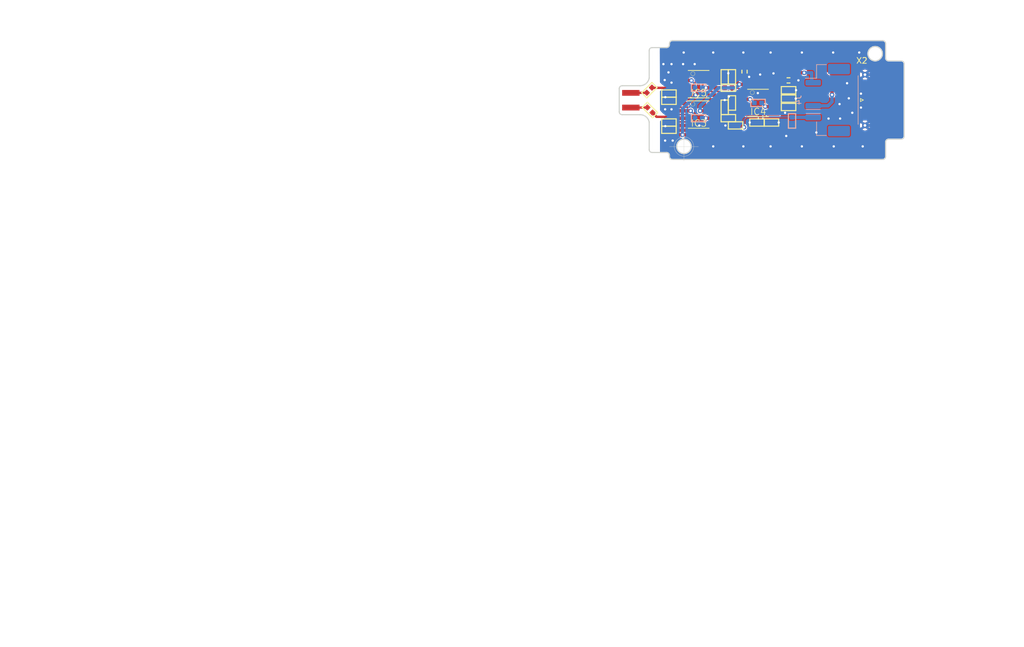
<source format=kicad_pcb>
(kicad_pcb (version 20240108) (generator "pcbnew") (generator_version "8.0")
  (layers (0 "F.Cu" signal) (31 "B.Cu" power) (34 "B.Paste" user) (35 "F.Paste" user) (36 "B.SilkS" user "B.Silkscreen") (37 "F.SilkS" user "F.Silkscreen") (38 "B.Mask" user) (39 "F.Mask" user) (44 "Edge.Cuts" user))
  (net 0 "")
  (net 2 "Net-(IC3-Pad2)")
  (net 3 "/POSIN")
  (net 4 "GND")
  (net 6 "V+")
  (net 7 "V-")
  (net 10 "/NEGMID")
  (net 11 "/POSMID")
  (net 13 "/OUT")
  (net 16 "Net-(IC5-Pad2)")
  (net 19 "/NEGIN")
  (net 20 "/OutPad")
  (net 21 "/PosPad")
  (net 22 "/NegPad")
  (net 23 "/PosIn1")
  (net 24 "/NegIn1")
  (net 25 "/offset")
  (footprint "Library:0402-SQUARE" (layer "F.Cu") (at 129.87795 96.2983 45)
    (property "Reference" "R28")
    (property "Value" "150Ω" (hide yes))
  )
  (footprint "Library:CARD_EDGE_PADS-1X2" (layer "F.Cu") (at 126.67905 98.03 90)
    (property "Reference" "J3" (hide yes))
    (property "Value" "HEADER-1X2CARD-EDGE" (hide yes))
  )
  (footprint "Library:0402-SQUARE" (layer "F.Cu") (at 133.2561 96.8786)
    (property "Reference" "C19")
    (property "Value" "100nF" (hide yes))
  )
  (footprint "Library:0402-SQUARE" (layer "F.Cu") (at 133.2561 98.1286)
    (property "Reference" "C20")
    (property "Value" "100nF" (hide yes))
  )
  (footprint "Library:0402-SQUARE" (layer "F.Cu") (at 150.95 101.8786 180)
    (property "Reference" "C24")
    (property "Value" "100nF" (hide yes))
  )
  (footprint "Library:0402-SQUARE" (layer "F.Cu") (at 129.97795 99.7264 -45)
    (property "Reference" "R20")
    (property "Value" "150Ω" (hide yes))
  )
  (footprint "Library:SO08" (layer "F.Cu") (at 138.3811 100.5036 -90)
    (property "Reference" "IC3")
    (property "Value" "LMH6702")
  )
  (footprint "Library:0402-SQUARE" (layer "F.Cu") (at 144.7561 102.3786)
    (property "Reference" "R26")
    (property "Value" "220Ω" (hide yes))
  )
  (footprint "Library:0402-SQUARE" (layer "F.Cu") (at 153.9 99.2)
    (property "Reference" "R30")
    (property "Value" "50Ω" (hide yes))
  )
  (footprint "Library:0402-SQUARE" (layer "F.Cu") (at 133.2561 103.1286)
    (property "Reference" "C22")
    (property "Value" "100nF" (hide yes))
  )
  (footprint "Library:0402-SQUARE" (layer "F.Cu") (at 153.9 97.7536)
    (property "Reference" "C18")
    (property "Value" "100nF" (hide yes))
  )
  (footprint "Library:0402-SQUARE" (layer "F.Cu") (at 153.9 96.3)
    (property "Reference" "C17")
    (property "Value" "100nF" (hide yes))
  )
  (footprint "Library:0402-SQUARE" (layer "F.Cu") (at 142.8811 99.2536 90)
    (property "Reference" "C16")
    (property "Value" "100nF" (hide yes))
  )
  (footprint "Library:0402-SQUARE" (layer "F.Cu") (at 143.5061 101.1286)
    (property "Reference" "R22")
    (property "Value" "1.1kΩ" (hide yes))
  )
  (footprint "Library:0402-SQUARE" (layer "F.Cu") (at 133.2561 101.8786)
    (property "Reference" "C21")
    (property "Value" "100nF" (hide yes))
  )
  (footprint "Library:0402-SQUARE" (layer "F.Cu") (at 142.8811 94.0036 90)
    (property "Reference" "C13")
    (property "Value" "100nF" (hide yes))
  )
  (footprint "Library:SO08" (layer "F.Cu") (at 138.3811 95.2536 -90)
    (property "Reference" "IC5")
    (property "Value" "LMH6702")
  )
  (footprint "Library:0402-SQUARE" (layer "F.Cu") (at 144.1311 94.0036 90)
    (property "Reference" "C14")
    (property "Value" "100nF" (hide yes))
  )
  (footprint "Connector_Coaxial:SMA_Molex_73251-1153_EdgeMount_Horizontal_new" (layer "F.Cu") (at 168.81 98 180)
    (property "Reference" "X2")
    (property "Value" "SMA--BU-SMA-H")
  )
  (footprint "Library:0603" (layer "F.Cu") (at 146.3 93.1 90)
    (property "Reference" "C54")
    (property "Value" "1µF" (hide yes))
  )
  (footprint "Library:0603" (layer "F.Cu") (at 153.89 94.61)
    (property "Reference" "C52")
    (property "Value" "1µF" (hide yes))
  )
  (footprint "Library:SO08" (layer "F.Cu") (at 148.6311 98.5036 -90)
    (property "Reference" "IC4")
    (property "Value" "LMH6702")
  )
  (footprint "Library:0402-SQUARE" (layer "F.Cu") (at 144.1311 98.5036 90)
    (property "Reference" "C15")
    (property "Value" "100nF" (hide yes))
  )
  (footprint "Library:0402-SQUARE" (layer "F.Cu") (at 148.45 101.8786)
    (property "Reference" "C23")
    (property "Value" "100nF" (hide yes))
  )
  (footprint "Library:0402-SQUARE" (layer "F.Cu") (at 143.5061 95.8786)
    (property "Reference" "R32")
    (property "Value" "1.1kΩ" (hide yes))
  )
  (footprint "Library:0402-SQUARE" (layer "B.Cu") (at 154.5 101.6 -90)
    (property "Reference" "C1")
    (property "Value" "100nF" (hide yes))
  )
  (footprint "Connector_Molex:Molex_CLIK-Mate_502494-0470_1x04-1MP_P2.00mm_Horizontal" (layer "B.Cu") (at 160.65 98 -90)
    (property "Reference" "J4")
    (property "Value" "Molex 502494-0470")
  )
  (footprint "Library:0402-SQUARE" (layer "B.Cu") (at 138.3811 101.1286)
    (property "Reference" "R27")
    (property "Value" "220Ω" (hide yes))
  )
  (footprint "Library:0402-SQUARE" (layer "B.Cu") (at 138.3811 95.8786)
    (property "Reference" "R37")
    (property "Value" "220Ω" (hide yes))
  )
  (footprint "Library:0402-SQUARE" (layer "B.Cu") (at 148.6311 98.5036)
    (property "Reference" "R38")
    (property "Value" "220Ω" (hide yes))
  )
  (gr_arc (start 166.627136 98.103349) (mid 167.371835 98.283037) (end 168.027136 98.675) (stroke (width 0.2)) (layer "F.Cu") (net 20))
  (gr_line (start 168.1 98.425) (end 167.95 98.475) (stroke (width 0.2)) (layer "F.Cu") (net 20))
  (gr_line (start 167.75 97.625) (end 168.025 97.525) (stroke (width 0.2)) (layer "F.Cu") (net 20))
  (gr_line (start 168.05 98.175) (end 167.625 98.3) (stroke (width 0.2)) (layer "F.Cu") (net 20))
  (gr_arc (start 168.025 97.35) (mid 167.373465 97.714913) (end 166.65 97.9) (stroke (width 0.2)) (layer "F.Cu") (net 20))
  (gr_line (start 167.4 98.175) (end 168.05 98.175) (stroke (width 0.2)) (layer "F.Cu") (net 20))
  (gr_line (start 167.625 98.3) (end 168.1 98.425) (stroke (width 0.2)) (layer "F.Cu") (net 20))
  (gr_line (start 168.3 97.75) (end 167.75 97.625) (stroke (width 0.2)) (layer "F.Cu") (net 20))
  (gr_line (start 167.45 97.75) (end 168.3 97.75) (stroke (width 0.2)) (layer "F.Cu") (net 20))
  (gr_arc (start 171.15 91.25) (mid 170.796434 91.103556) (end 170.65 90.75) (stroke (width 0.2)) (layer "Edge.Cuts"))
  (gr_line (start 124.67905 100.03) (end 124.67905 96.03) (stroke (width 0.2)) (layer "Edge.Cuts"))
  (gr_line (start 171.15 104.75) (end 173.35 104.75) (stroke (width 0.2)) (layer "Edge.Cuts"))
  (gr_arc (start 129.85 94.2) (mid 129.299459 95.153476) (end 128.264837 95.53) (stroke (width 0.2)) (layer "Edge.Cuts"))
  (gr_arc (start 170.65 105.25) (mid 170.796434 104.896424) (end 171.15 104.75) (stroke (width 0.2)) (layer "Edge.Cuts"))
  (gr_arc (start 133.85 108.25) (mid 133.496434 108.103556) (end 133.35 107.75) (stroke (width 0.2)) (layer "Edge.Cuts"))
  (gr_arc (start 129.85 89.45) (mid 129.996409 89.096409) (end 130.35 88.95) (stroke (width 0.2)) (layer "Edge.Cuts"))
  (gr_circle (center 135.85 106) (end 134.6 106) (stroke (width 0.2)) (fill none) (layer "Edge.Cuts"))
  (gr_line (start 133.85 108.25) (end 170.15 108.25) (stroke (width 0.2)) (layer "Edge.Cuts"))
  (gr_line (start 130.35 107.05) (end 132.85 107.05) (stroke (width 0.2)) (layer "Edge.Cuts"))
  (gr_arc (start 173.35 91.25) (mid 173.703541 91.396449) (end 173.85 91.75) (stroke (width 0.2)) (layer "Edge.Cuts"))
  (gr_arc (start 125.17905 100.53) (mid 124.825497 100.383553) (end 124.67905 100.03) (stroke (width 0.2)) (layer "Edge.Cuts"))
  (gr_line (start 133.35 88.25) (end 133.35 88.45) (stroke (width 0.2)) (layer "Edge.Cuts"))
  (gr_line (start 170.65 90.75) (end 170.65 88.25) (stroke (width 0.2)) (layer "Edge.Cuts"))
  (gr_arc (start 132.85 107.05) (mid 133.203541 107.196449) (end 133.35 107.55) (stroke (width 0.2)) (layer "Edge.Cuts"))
  (gr_circle (center 168.85 90) (end 167.6 90) (stroke (width 0.2)) (fill none) (layer "Edge.Cuts"))
  (gr_line (start 170.65 107.75) (end 170.65 105.25) (stroke (width 0.2)) (layer "Edge.Cuts"))
  (gr_arc (start 130.35 107.05) (mid 129.996434 106.903556) (end 129.85 106.55) (stroke (width 0.2)) (layer "Edge.Cuts"))
  (gr_line (start 170.15 87.75) (end 133.85 87.75) (stroke (width 0.2)) (layer "Edge.Cuts"))
  (gr_line (start 129.85 89.45) (end 129.85 94.2) (stroke (width 0.2)) (layer "Edge.Cuts"))
  (gr_line (start 125.17905 100.53) (end 128.264837 100.53) (stroke (width 0.2)) (layer "Edge.Cuts"))
  (gr_line (start 129.85 101.825) (end 129.85 106.55) (stroke (width 0.2)) (layer "Edge.Cuts"))
  (gr_arc (start 170.65 107.75) (mid 170.503541 108.103531) (end 170.15 108.25) (stroke (width 0.2)) (layer "Edge.Cuts"))
  (gr_arc (start 133.35 88.45) (mid 133.203512 88.803512) (end 132.85 88.95) (stroke (width 0.2)) (layer "Edge.Cuts"))
  (gr_arc (start 133.35 88.25) (mid 133.496408 87.896408) (end 133.85 87.75) (stroke (width 0.2)) (layer "Edge.Cuts"))
  (gr_line (start 133.35 107.55) (end 133.35 107.75) (stroke (width 0.2)) (layer "Edge.Cuts"))
  (gr_arc (start 170.15 87.75) (mid 170.503541 87.896449) (end 170.65 88.25) (stroke (width 0.2)) (layer "Edge.Cuts"))
  (gr_arc (start 173.85 104.25) (mid 173.703541 104.603531) (end 173.35 104.75) (stroke (width 0.2)) (layer "Edge.Cuts"))
  (gr_arc (start 124.67905 96.03) (mid 124.825497 95.676447) (end 125.17905 95.53) (stroke (width 0.2)) (layer "Edge.Cuts"))
  (gr_line (start 173.85 104.25) (end 173.85 91.75) (stroke (width 0.2)) (layer "Edge.Cuts"))
  (gr_arc (start 128.264837 100.53) (mid 129.29525 100.886378) (end 129.85 101.825) (stroke (width 0.2)) (layer "Edge.Cuts"))
  (gr_line (start 128.264837 95.53) (end 125.17905 95.53) (stroke (width 0.2)) (layer "Edge.Cuts"))
  (gr_line (start 173.35 91.25) (end 171.15 91.25) (stroke (width 0.2)) (layer "Edge.Cuts"))
  (gr_line (start 132.85 88.95) (end 130.35 88.95) (stroke (width 0.2)) (layer "Edge.Cuts"))
  (target plus (at 135.85 106.03) (size 5) (width 0.05) (layer "Edge.Cuts"))
  (segment (start 135.7675 99.8711) (end 135.765 99.8686) (width 0.25) (layer "F.Cu") (net 2))
  (segment (start 135.77 99.8736) (end 135.7675 99.8711) (width 0.254) (layer "F.Cu") (net 2))
  (segment (start 135.7674 99.8711) (end 135.7649 99.8686) (width 0.25) (layer "F.Cu") (net 2))
  (segment (start 135.77 99.8736) (end 135.7675 99.8711) (width 0.25) (layer "F.Cu") (net 2))
  (segment (start 135.7675 99.8711) (end 135.765 99.8686) (width 0.254) (layer "F.Cu") (net 2))
  (segment (start 137.006 99.8786) (end 135.775 99.8786) (width 0.254) (layer "F.Cu") (net 2))
  (segment (start 135.7675 99.8711) (end 135.7674 99.8711) (width 0.25) (layer "F.Cu") (net 2))
  (segment (start 135.775 99.8786) (end 135.77 99.8736) (width 0.254) (layer "F.Cu") (net 2))
  (via (at 137.006 99.8786) (size 0.8) (drill 0.4) (layers "F.Cu" "B.Cu") (net 2))
  (segment (start 137.7561 101.1286) (end 137.756 101.1287) (width 0.25) (layer "B.Cu") (net 2))
  (segment (start 137.729 100.601) (end 137.006 99.8786) (width 0.25) (layer "B.Cu") (net 2))
  (segment (start 137.729 101.129) (end 137.729 100.601) (width 0.25) (layer "B.Cu") (net 2))
  (segment (start 137.756 101.1287) (end 137.756 101.129) (width 0.25) (layer "B.Cu") (net 2))
  (segment (start 137.756 101.129) (end 137.729 101.129) (width 0.25) (layer "B.Cu") (net 2))
  (segment (start 130.41995 100.1844) (end 130.41995 100.1804) (width 0.25) (layer "F.Cu") (net 3))
  (segment (start 130.41985 100.1803) (end 130.41985 100.1683) (width 0.25) (layer "F.Cu") (net 3))
  (segment (start 135.765 101.139) (end 135.7645 101.139) (width 0.25) (layer "F.Cu") (net 3))
  (segment (start 130.41995 100.1804) (end 130.41995 100.1764) (width 0.25) (layer "F.Cu") (net 3))
  (segment (start 134.7 100.9) (end 131.1 100.9) (width 0.4) (layer "F.Cu") (net 3))
  (segment (start 131.12195 100.8864) (end 130.41995 100.1844) (width 0.4) (layer "F.Cu") (net 3))
  (segment (start 130.41995 100.1804) (end 130.41985 100.1803) (width 0.25) (layer "F.Cu") (net 3))
  (segment (start 135.7645 101.139) (end 135.7649 101.1386) (width 0.25) (layer "F.Cu") (net 3))
  (segment (start 132.6311 102.0349) (end 132.6311 101.8786) (width 0.25) (layer "F.Cu") (net 4))
  (segment (start 154.975 94.6) (end 154.95 94.6) (width 0.25) (layer "F.Cu") (net 4))
  (segment (start 132.631 97.8161) (end 132.631 97.5036) (width 0.254) (layer "F.Cu") (net 4))
  (segment (start 167.54 93.62) (end 170.53 93.62) (width 0.25) (layer "F.Cu") (net 4))
  (segment (start 132.631 102.191) (end 132.631 102.192) (width 0.4) (layer "F.Cu") (net 4))
  (segment (start 132.631 97.191) (end 132.631 97.0348) (width 0.25) (layer "F.Cu") (net 4))
  (segment (start 132.631 102.035) (end 132.631 101.879) (width 0.25) (layer "F.Cu") (net 4))
  (segment (start 144.1309 97.8785) (end 144.131 97.8785) (width 0.25) (layer "F.Cu") (net 4))
  (segment (start 144.1303 97.8779) (end 144.1307 97.8782) (width 0.25) (layer "F.Cu") (net 4))
  (segment (start 144.1252 97.8727) (end 144.1281 97.8757) (width 0.25) (layer "F.Cu") (net 4))
  (segment (start 132.631 102.035) (end 132.631 102.191) (width 0.4) (layer "F.Cu") (net 4))
  (segment (start 143.506 93.3786) (end 144.131 93.3786) (width 0.254) (layer "F.Cu") (net 4))
  (segment (start 132.631 101.879) (end 132.631 102.035) (width 0.4) (layer "F.Cu") (net 4))
  (segment (start 167.09 102.38) (end 167.54 102.38) (width 0.25) (layer "F.Cu") (net 4))
  (segment (start 144.1309 97.8785) (end 144.1308 97.8784) (width 0.254) (layer "F.Cu") (net 4))
  (segment (start 144.1076 97.8551) (end 144.0842 97.8317) (width 0.254) (layer "F.Cu") (net 4))
  (segment (start 144.1281 97.8757) (end 144.1296 97.8771) (width 0.25) (layer "F.Cu") (net 4))
  (segment (start 144.0842 97.8317) (end 144.0375 97.7848) (width 0.254) (layer "F.Cu") (net 4))
  (segment (start 147.05 93.95) (end 147.1 94) (width 0.6) (layer "F.Cu") (net 4))
  (segment (start 144.1193 97.8669) (end 144.1252 97.8727) (width 0.25) (layer "F.Cu") (net 4))
  (segment (start 151.5754 101.879) (end 151.575 101.8786) (width 0.25) (layer "F.Cu") (net 4))
  (segment (start 144.1281 97.8757) (end 144.1252 97.8727) (width 0.254) (layer "F.Cu") (net 4))
  (segment (start 147.825 101.879) (end 147.8246 101.879) (width 0.254) (layer "F.Cu") (net 4))
  (segment (start 167.54 102.38) (end 170.53 102.38) (width 0.25) (layer "F.Cu") (net 4))
  (segment (start 132.631 97.1911) (end 132.631 97.191) (width 0.25) (layer "F.Cu") (net 4))
  (segment (start 132.631 97.9724) (end 132.631 98.1286) (width 0.25) (layer "F.Cu") (net 4))
  (segment (start 144.1308 97.8784) (end 144.1309 97.8785) (width 0.25) (layer "F.Cu") (net 4))
  (segment (start 144.131 93.3786) (end 144.1311 93.3786) (width 0.25) (layer "F.Cu") (net 4))
  (segment (start 151.5754 101.879) (end 151.575 101.879) (width 0.254) (layer "F.Cu") (net 4))
  (segment (start 132.631 97.8162) (end 132.631 97.9724) (width 0.25) (layer "F.Cu") (net 4))
  (segment (start 143.756 97.5036) (end 143.756 97.3786) (width 0.254) (layer "F.Cu") (net 4))
  (segment (start 142.881 98.4724) (end 142.8811 98.4725) (width 0.25) (layer "F.Cu") (net 4))
  (segment (start 143.6 97.4) (end 143.652 97.4) (width 0.6) (layer "F.Cu") (net 4))
  (segment (start 132.631 102.973) (end 132.631 103.129) (width 0.25) (layer "F.Cu") (net 4))
  (segment (start 154.975 94.6) (end 155.6 94.6) (width 0.6) (layer "F.Cu") (net 4))
  (segment (start 142.8811 98.4725) (end 142.8811 98.6286) (width 0.25) (layer "F.Cu") (net 4))
  (segment (start 144.1307 97.8782) (end 144.1303 97.8779) (width 0.254) (layer "F.Cu") (net 4))
  (segment (start 142.881 98.4724) (end 142.881 98.6286) (width 0.254) (layer "F.Cu") (net 4))
  (segment (start 143.944 97.6911) (end 144.0375 97.7848) (width 0.25) (layer "F.Cu") (net 4))
  (segment (start 144.131 97.8786) (end 144.131 97.8785) (width 0.254) (layer "F.Cu") (net 4))
  (segment (start 146.3 93.95) (end 147.05 93.95) (width 0.6) (layer "F.Cu") (net 4))
  (segment (start 132.631 102.504) (end 132.631 102.816) (width 0.254) (layer "F.Cu") (net 4))
  (segment (start 132.631 97.0348) (end 132.631 96.8786) (width 0.25) (layer "F.Cu") (net 4))
  (segment (start 144.1193 97.8669) (end 144.1076 97.8551) (width 0.254) (layer "F.Cu") (net 4))
  (segment (start 132.631 97.8161) (end 132.631 97.8162) (width 0.25) (layer "F.Cu") (net 4))
  (segment (start 144.131 97.8785) (end 144.131 97.8786) (width 0.25) (layer "F.Cu") (net 4))
  (segment (start 154.525 97.7536) (end 155.146 97.7536) (width 0.4) (layer "F.Cu") (net 4))
  (segment (start 147.1 94) (end 146.15 94) (width 0.6) (layer "F.Cu") (net 4))
  (segment (start 144.1308 97.8784) (end 144.1307 97.8782) (width 0.254) (layer "F.Cu") (net 4))
  (segment (start 132.631 98.1286) (end 132.631 97.9724) (width 0.254) (layer "F.Cu") (net 4))
  (segment (start 142.881 98.3161) (end 142.881 98.3162) (width 0.25) (layer "F.Cu") (net 4))
  (segment (start 142.881 98.3161) (end 142.881 98.3162) (width 0.254) (layer "F.Cu") (net 4))
  (segment (start 147.8246 101.879) (end 147.2 101.879) (width 0.254) (layer "F.Cu") (net 4))
  (segment (start 132.631 102.035) (end 132.6311 102.0349) (width 0.25) (layer "F.Cu") (net 4))
  (segment (start 144.0375 97.7848) (end 144.0842 97.8317) (width 0.25) (layer "F.Cu") (net 4))
  (segment (start 132.631 97.0348) (end 132.631 96.8786) (width 0.254) (layer "F.Cu") (net 4))
  (segment (start 144.1303 97.8779) (end 144.1296 97.8771) (width 0.254) (layer "F.Cu") (net 4))
  (segment (start 132.631 102.973) (end 132.631 103.129) (width 0.254) (layer "F.Cu") (net 4))
  (segment (start 132.631 97.1911) (end 132.631 97.191) (width 0.254) (layer "F.Cu") (net 4))
  (segment (start 132.6311 97.9725) (end 132.6311 98.1286) (width 0.25) (layer "F.Cu") (net 4))
  (segment (start 144.131 97.8786) (end 144.1311 97.8786) (width 0.25) (layer "F.Cu") (net 4))
  (segment (start 144.1296 97.8771) (end 144.1281 97.8757) (width 0.254) (layer "F.Cu") (net 4))
  (segment (start 132.631 97.0348) (end 132.6311 97.0347) (width 0.25) (layer "F.Cu") (net 4))
  (segment (start 142.881 98.0036) (end 142.881 98.3161) (width 0.254) (layer "F.Cu") (net 4))
  (segment (start 144.1076 97.8551) (end 144.1193 97.8669) (width 0.25) (layer "F.Cu") (net 4))
  (segment (start 132.6311 97.0347) (end 132.6311 96.8786) (width 0.25) (layer "F.Cu") (net 4))
  (segment (start 132.631 102.817) (end 132.631 102.973) (width 0.25) (layer "F.Cu") (net 4))
  (segment (start 132.631 102.973) (end 132.6311 102.9731) (width 0.25) (layer "F.Cu") (net 4))
  (segment (start 132.6311 102.9731) (end 132.6311 103.1286) (width 0.25) (layer "F.Cu") (net 4))
  (segment (start 143.506 93.3786) (end 142.8811 93.3786) (width 0.6) (layer "F.Cu") (net 4))
  (segment (start 144.1307 97.8782) (end 144.1308 97.8784) (width 0.25) (layer "F.Cu") (net 4))
  (segment (start 142.881 98.3162) (end 142.881 98.4724) (width 0.25) (layer "F.Cu") (net 4))
  (segment (start 147.8246 101.879) (end 147.825 101.8786) (width 0.25) (layer "F.Cu") (net 4))
  (segment (start 132.631 97.8162) (end 132.631 97.8161) (width 0.254) (layer "F.Cu") (net 4))
  (segment (start 132.631 102.817) (end 132.631 102.973) (width 0.254) (layer "F.Cu") (net 4))
  (segment (start 132.631 102.816) (end 132.631 102.817) (width 0.254) (layer "F.Cu") (net 4))
  (segment (start 144.131 97.8785) (end 144.1309 97.8785) (width 0.254) (layer "F.Cu") (net 4))
  (segment (start 132.631 97.9724) (end 132.6311 97.9725) (width 0.25) (layer "F.Cu") (net 4))
  (segment (start 144.1296 97.8771) (end 144.1303 97.8779) (width 0.25) (layer "F.Cu") (net 4))
  (segment (start 142.881 98.4724) (end 142.881 98.6286) (width 0.25) (layer "F.Cu") (net 4))
  (segment (start 144.0375 97.7848) (end 143.944 97.6911) (width 0.254) (layer "F.Cu") (net 4))
  (segment (start 143.944 97.6911) (end 143.756 97.5036) (width 0.254) (layer "F.Cu") (net 4))
  (segment (start 132.631 102.192) (end 132.631 102.191) (width 0.25) (layer "F.Cu") (net 4))
  (segment (start 132.631 102.816) (end 132.631 102.817) (width 0.25) (layer "F.Cu") (net 4))
  (segment (start 167.09 93.62) (end 167.54 93.62) (width 0.25) (layer "F.Cu") (net 4))
  (segment (start 132.631 97.9724) (end 132.631 97.8162) (width 0.254) (layer "F.Cu") (net 4))
  (segment (start 144.1252 97.8727) (end 144.1193 97.8669) (width 0.254) (layer "F.Cu") (net 4))
  (segment (start 154.525 96.3) (end 155.2 96.3) (width 0.4) (layer "F.Cu") (net 4))
  (segment (start 144.0842 97.8317) (end 144.1076 97.8551) (width 0.25) (layer "F.Cu") (net 4))
  (segment (start 132.631 97.191) (end 132.631 97.0348) (width 0.254) (layer "F.Cu") (net 4))
  (segment (start 132.631 102.192) (end 132.631 102.504) (width 0.4) (layer "F.Cu") (net 4))
  (segment (start 132.631 102.191) (end 132.631 102.035) (width 0.25) (layer "F.Cu") (net 4))
  (segment (start 142.881 98.3162) (end 142.881 98.4724) (width 0.254) (layer "F.Cu") (net 4))
  (segment (start 132.631 97.5036) (end 132.631 97.1911) (width 0.254) (layer "F.Cu") (net 4))
  (segment (start 143.652 97.4) (end 144.131 97.8786) (width 0.6) (layer "F.Cu") (net 4))
  (segment (start 152.2 101.879) (end 151.5754 101.879) (width 0.254) (layer "F.Cu") (net 4))
  (via (at 140.9 106) (size 0.8) (drill 0.4) (layers "F.Cu" "B.Cu") (net 4))
  (via (at 150.8 89.8) (size 0.8) (drill 0.4) (layers "F.Cu" "B.Cu") (net 4))
  (via (at 133.7 95) (size 0.8) (drill 0.4) (layers "F.Cu" "B.Cu") (net 4))
  (via (at 143.506 93.3786) (size 0.8) (drill 0.4) (layers "F.Cu" "B.Cu") (net 4))
  (via (at 164 95.1) (size 0.8) (drill 0.4) (layers "F.Cu" "B.Cu") (net 4))
  (via (at 147.1 94) (size 0.8) (drill 0.4) (layers "F.Cu" "B.Cu") (net 4))
  (via (at 132.6 99.6) (size 0.8) (drill 0.4) (layers "F.Cu" "B.Cu") (net 4))
  (via (at 151.3 93.4) (size 0.8) (drill 0.4) (layers "F.Cu" "B.Cu") (net 4))
  (via (at 133.175 93.225) (size 0.8) (drill 0.4) (layers "F.Cu" "B.Cu") (net 4))
  (via (at 166.4 96.9) (size 0.8) (drill 0.4) (layers "F.Cu" "B.Cu") (net 4))
  (via (at 147.2 101.879) (size 0.8) (drill 0.4) (layers "F.Cu" "B.Cu") (net 4))
  (via (at 135.7 91.8) (size 0.8) (drill 0.4) (layers "F.Cu" "B.Cu") (net 4))
  (via (at 132.631 102.504) (size 0.8) (drill 0.4) (layers "F.Cu" "B.Cu") (net 4))
  (via (at 143.6 97.4) (size 0.8) (drill 0.4) (layers "F.Cu" "B.Cu") (net 4))
  (via (at 132.631 97.5036) (size 0.8) (drill 0.4) (layers "F.Cu" "B.Cu") (net 4))
  (via (at 152.2 101.879) (size 0.8) (drill 0.4) (layers "F.Cu" "B.Cu") (net 4))
  (via (at 138.5 102.4) (size 0.8) (drill 0.4) (layers "F.Cu" "B.Cu") (net 4))
  (via (at 156.2 106) (size 0.8) (drill 0.4) (layers "F.Cu" "B.Cu") (net 4))
  (via (at 146.1 89.8) (size 0.8) (drill 0.4) (layers "F.Cu" "B.Cu") (net 4))
  (via (at 132.3 91.8) (size 0.8) (drill 0.4) (layers "F.Cu" "B.Cu") (net 4))
  (via (at 133.7 99.6) (size 0.8) (drill 0.4) (layers "F.Cu" "B.Cu") (net 4))
  (via (at 153.3 100.2) (size 0.8) (drill 0.4) (layers "F.Cu" "B.Cu") (net 4))
  (via (at 164.9 100.2) (size 0.8) (drill 0.4) (layers "F.Cu" "B.Cu") (net 4))
  (via (at 153.5 104.2) (size 0.8) (drill 0.4) (layers "F.Cu" "B.Cu") (net 4))
  (via (at 132.525 94.55) (size 0.8) (drill 0.4) (layers "F.Cu" "B.Cu") (net 4))
  (via (at 137.7 91.8) (size 0.8) (drill 0.4) (layers "F.Cu" "B.Cu") (net 4))
  (via (at 155.6 94.6) (size 0.8) (drill 0.4) (layers "F.Cu" "B.Cu") (net 4))
  (via (at 161.6 89.8) (size 0.8) (drill 0.4) (layers "F.Cu" "B.Cu") (net 4))
  (via (at 164.3 97.7) (size 0.8) (drill 0.4) (layers "F.Cu" "B.Cu") (net 4))
  (via (at 150.8 106) (size 0.8) (drill 0.4) (layers "F.Cu" "B.Cu") (net 4))
  (via (at 133.7 91.8) (size 0.8) (drill 0.4) (layers "F.Cu" "B.Cu") (net 4))
  (via (at 135.8 89.8) (size 0.8) (drill 0.4) (layers "F.Cu" "B.Cu") (net 4))
  (via (at 166.7 106) (size 0.8) (drill 0.4) (layers "F.Cu" "B.Cu") (net 4))
  (via (at 140.9 89.8) (size 0.8) (drill 0.4) (layers "F.Cu" "B.Cu") (net 4))
  (via (at 161.7 106) (size 0.8) (drill 0.4) (layers "F.Cu" "B.Cu") (net 4))
  (via (at 142.881 98.0036) (size 0.8) (drill 0.4) (layers "F.Cu" "B.Cu") (net 4))
  (via (at 148.6 96.8) (size 0.8) (drill 0.4) (layers "F.Cu" "B.Cu") (net 4))
  (via (at 149 93.6) (size 0.8) (drill 0.4) (layers "F.Cu" "B.Cu") (net 4))
  (via (at 166.1 89.8) (size 0.8) (drill 0.4) (layers "F.Cu" "B.Cu") (net 4))
  (via (at 143 102.4) (size 0.8) (drill 0.4) (layers "F.Cu" "B.Cu") (net 4))
  (via (at 166.4 99.3) (size 0.8) (drill 0.4) (layers "F.Cu" "B.Cu") (net 4))
  (via (at 156.2 89.8) (size 0.8) (drill 0.4) (layers "F.Cu" "B.Cu") (net 4))
  (via (at 155.2 96.3) (size 0.8) (drill 0.4) (layers "F.Cu" "B.Cu") (net 4))
  (via (at 155.146 97.7536) (size 0.8) (drill 0.4) (layers "F.Cu" "B.Cu") (net 4))
  (via (at 162.7 98.7) (size 0.8) (drill 0.4) (layers "F.Cu" "B.Cu") (net 4))
  (via (at 160.8 101.2) (size 0.8) (drill 0.4) (layers "F.Cu" "B.Cu") (net 4))
  (via (at 132.6 105) (size 0.8) (drill 0.4) (layers "F.Cu" "B.Cu") (net 4))
  (via (at 162.8 101.2) (size 0.8) (drill 0.4) (layers "F.Cu" "B.Cu") (net 4))
  (via (at 146.1 106) (size 0.8) (drill 0.4) (layers "F.Cu" "B.Cu") (net 4))
  (via (at 133.9 105) (size 0.8) (drill 0.4) (layers "F.Cu" "B.Cu") (net 4))
  (via (at 158.7 103.6) (size 0.8) (drill 0.4) (layers "F.Cu" "B.Cu") (net 4))
  (segment (start 170.501 102.254) (end 171.251 102.754) (width 0.254) (layer "B.Cu") (net 4))
  (segment (start 171.251 93.2536) (end 170.501 93.7536) (width 0.254) (layer "B.Cu") (net 4))
  (segment (start 170.501 92.7536) (end 171.251 93.2536) (width 0.254) (layer "B.Cu") (net 4))
  (segment (start 171.251 102.754) (end 170.501 103.254) (width 0.254) (layer "B.Cu") (net 4))
  (segment (start 153.275 96.3) (end 153.275 94.625) (width 0.6) (layer "F.Cu") (net 6))
  (segment (start 144.1311 99.2135) (end 144.1311 99.1286) (width 0.25) (layer "F.Cu") (net 6))
  (segment (start 151.3 95.3) (end 152 94.6) (width 0.6) (layer "F.Cu") (net 6))
  (segment (start 153.074 97.8111) (end 153.131 97.7536) (width 0.6) (layer "F.Cu") (net 6))
  (segment (start 153.275 94.625) (end 153.25 94.6) (width 0.6) (layer "F.Cu") (net 6))
  (segment (start 140.997 94.6027) (end 142.855 94.6027) (width 0.6) (layer "F.Cu") (net 6))
  (segment (start 144.729 94.6286) (end 145.4 95.3) (width 0.6) (layer "F.Cu") (net 6))
  (segment (start 142.881 94.6286) (end 142.8811 94.6286) (width 0.6) (layer "F.Cu") (net 6))
  (segment (start 140.997 94.6147) (end 140.997 94.6109) (width 0.6) (layer "F.Cu") (net 6))
  (segment (start 140.997 94.6186) (end 140.997 94.6147) (width 0.6) (layer "F.Cu") (net 6))
  (segment (start 142.855 94.6027) (end 142.881 94.6286) (width 0.6) (layer "F.Cu") (net 6))
  (segment (start 153.3 97.7536) (end 153.3 96.325) (width 0.6) (layer "F.Cu") (net 6))
  (segment (start 153.25 93.65) (end 153.6 93.3) (width 0.6) (layer "F.Cu") (net 6))
  (segment (start 143.721 99.8786) (end 144.131 99.4689) (width 0.6) (layer "F.Cu") (net 6))
  (segment (start 140.997 94.6106) (end 140.997 94.6027) (width 0.6) (layer "F.Cu") (net 6))
  (segment (start 144.131 99.2986) (end 144.131 99.2136) (width 0.6) (layer "F.Cu") (net 6))
  (segment (start 140.9973 94.615) (end 140.9973 94.6186) (width 0.25) (layer "F.Cu") (net 6))
  (segment (start 144.131 99.2136) (end 144.1311 99.2135) (width 0.25) (layer "F.Cu") (net 6))
  (segment (start 153.074 97.8111) (end 153.218 97.8111) (width 0.25) (layer "F.Cu") (net 6))
  (segment (start 153.3 96.325) (end 153.275 96.3) (width 0.6) (layer "F.Cu") (net 6))
  (segment (start 140.997 94.6106) (end 140.997 94.6109) (width 0.25) (layer "F.Cu") (net 6))
  (segment (start 153.25 94.6) (end 153.25 93.65) (width 0.6) (layer "F.Cu") (net 6))
  (segment (start 140.9973 99.8686) (end 138.631 99.8686) (width 0.6) (layer "F.Cu") (net 6))
  (segment (start 144.1311 94.6286) (end 144.729 94.6286) (width 0.6) (layer "F.Cu") (net 6))
  (segment (start 144.131 99.4689) (end 144.131 99.2987) (width 0.6) (layer "F.Cu") (net 6))
  (segment (start 144.131 99.2136) (end 144.131 99.1286) (width 0.6) (layer "F.Cu") (net 6))
  (segment (start 144.131 99.2987) (end 144.131 99.2986) (width 0.6) (layer "F.Cu") (net 6))
  (segment (start 140.997 94.6147) (end 140.997 94.6186) (width 0.25) (layer "F.Cu") (net 6))
  (segment (start 145.4 95.3) (end 151.3 95.3) (width 0.6) (layer "F.Cu") (net 6))
  (segment (start 144.131 99.2986) (end 144.131 99.2136) (width 0.25) (layer "F.Cu") (net 6))
  (segment (start 153.6 93.3) (end 156.6 93.3) (width 0.6) (layer "F.Cu") (net 6))
  (segment (start 142.8811 94.6286) (end 144.1311 94.6286) (width 0.6) (layer "F.Cu") (net 6))
  (segment (start 153.016 97.8686) (end 153.074 97.8111) (width 0.6) (layer "F.Cu") (net 6))
  (segment (start 140.997 94.6109) (end 140.997 94.6106) (width 0.6) (layer "F.Cu") (net 6))
  (segment (start 142.8811 99.8786) (end 142.881 99.8786) (width 0.6) (layer "F.Cu") (net 6))
  (segment (start 153.218 97.8111) (end 153.275 97.7536) (width 0.25) (layer "F.Cu") (net 6))
  (segment (start 144.131 99.2136) (end 144.131 99.1286) (width 0.25) (layer "F.Cu") (net 6))
  (segment (start 153.275 97.7536) (end 153.3 97.7536) (width 0.25) (layer "F.Cu") (net 6))
  (segment (start 151.2473 97.8686) (end 153.016 97.8686) (width 0.6) (layer "F.Cu") (net 6))
  (segment (start 142.871 99.8686) (end 140.9973 99.8686) (width 0.6) (layer "F.Cu") (net 6))
  (segment (start 144.131 99.2987) (end 144.131 99.2986) (width 0.25) (layer "F.Cu") (net 6))
  (segment (start 152 94.6) (end 153.25 94.6) (width 0.6) (layer "F.Cu") (net 6))
  (segment (start 142.881 99.8786) (end 142.871 99.8686) (width 0.6) (layer "F.Cu") (net 6))
  (segment (start 142.8811 99.8786) (end 143.721 99.8786) (width 0.6) (layer "F.Cu") (net 6))
  (segment (start 140.997 94.6147) (end 140.9973 94.615) (width 0.25) (layer "F.Cu") (net 6))
  (segment (start 140.997 94.6109) (end 140.997 94.6147) (width 0.25) (layer "F.Cu") (net 6))
  (via (at 138.631 99.8686) (size 0.8) (drill 0.4) (layers "F.Cu" "B.Cu") (net 6))
  (via (at 145.4 95.3) (size 0.8) (drill 0.4) (layers "F.Cu" "B.Cu") (net 6))
  (via (at 156.6 93.3) (size 0.8) (drill 0.4) (layers "F.Cu" "B.Cu") (net 6))
  (segment (start 158.15 95) (end 157.9 94.75) (width 0.6) (layer "B.Cu") (net 6))
  (segment (start 141.8 95.9) (end 138.631 99.0686) (width 0.6) (layer "B.Cu") (net 6))
  (segment (start 145.4 95.3) (end 144.8 95.9) (width 0.6) (layer "B.Cu") (net 6))
  (segment (start 157.9 93.3) (end 156.6 93.3) (width 0.6) (layer "B.Cu") (net 6))
  (segment (start 138.631 99.0686) (end 138.631 99.8686) (width 0.6) (layer "B.Cu") (net 6))
  (segment (start 157.9 94.75) (end 157.9 93.3) (width 0.6) (layer "B.Cu") (net 6))
  (segment (start 144.8 95.9) (end 141.8 95.9) (width 0.6) (layer "B.Cu") (net 6))
  (segment (start 149.075 101.879) (end 149.075 101.8786) (width 0.6) (layer "F.Cu") (net 7))
  (segment (start 135.7645 102.409) (end 135.764 102.409) (width 0.6) (layer "F.Cu") (net 7))
  (segment (start 133.8811 103.0391) (end 133.8811 103.1286) (width 0.25) (layer "F.Cu") (net 7))
  (segment (start 158.8 92.1) (end 161.4 94.7) (width 0.6) (layer "F.Cu") (net 7))
  (segment (start 133.881 102.409) (end 133.881 101.879) (width 0.4) (layer "F.Cu") (net 7))
  (segment (start 133.881 97.8861) (end 133.8811 97.8862) (width 0.25) (layer "F.Cu") (net 7))
  (segment (start 134.161 97.1586) (end 133.8811 96.8787) (width 0.25) (layer "F.Cu") (net 7))
  (segment (start 135.764 102.409) (end 134.209 102.409) (width 0.6) (layer "F.Cu") (net 7))
  (segment (start 146.0149 100.4086) (end 146.015 100.4087) (width 0.25) (layer "F.Cu") (net 7))
  (segment (start 133.8811 97.8862) (end 133.8811 98.1286) (width 0.25) (layer "F.Cu") (net 7))
  (segment (start 149.075 101.8786) (end 149.075 101.879) (width 0.4) (layer "F.Cu") (net 7))
  (segment (start 146.015 100.4087) (end 146.015 100.409) (width 0.25) (layer "F.Cu") (net 7))
  (segment (start 135.6 104) (end 134.7525 104) (width 0.6) (layer "F.Cu") (net 7))
  (segment (start 149.075 101.879) (end 150.325 101.879) (width 0.6) (layer "F.Cu") (net 7))
  (segment (start 137.851 97.1586) (end 138.381 96.6286) (width 0.6) (layer "F.Cu") (net 7))
  (segment (start 134.209 102.409) (end 134.045 102.409) (width 0.4) (layer "F.Cu") (net 7))
  (segment (start 148.709 100.409) (end 149.072 100.772) (width 0.4) (layer "F.Cu") (net 7))
  (segment (start 133.881 101.8787) (end 133.881 101.879) (width 0.25) (layer "F.Cu") (net 7))
  (segment (start 135.7645 102.409) (end 135.7649 102.4086) (width 0.25) (layer "F.Cu") (net 7))
  (segment (start 139.5 92.1) (end 146.3 92.1) (width 0.6) (layer "F.Cu") (net 7))
  (segment (start 133.8811 96.8787) (end 133.881 96.8786) (width 0.25) (layer "F.Cu") (net 7))
  (segment (start 134.045 102.409) (end 133.881 102.573) (width 0.25) (layer "F.Cu") (net 7))
  (segment (start 134.7525 104) (end 133.8811 103.1286) (width 0.6) (layer "F.Cu") (net 7))
  (segment (start 149.1 103.2) (end 149.1 101.9036) (width 0.6) (layer "F.Cu") (net 7))
  (segment (start 133.881 97.8861) (end 133.881 98.1286) (width 0.4) (layer "F.Cu") (net 7))
  (segment (start 135.7645 102.409) (end 135.765 102.409) (width 0.25) (layer "F.Cu") (net 7))
  (segment (start 134.045 102.409) (end 133.881 102.409) (width 0.4) (layer "F.Cu") (net 7))
  (segment (start 133.881 97.6437) (end 133.881 97.8861) (width 0.4) (layer "F.Cu") (net 7))
  (segment (start 133.881 97.6436) (end 133.881 97.6437) (width 0.4) (layer "F.Cu") (net 7))
  (segment (start 133.8811 103.1286) (end 133.8811 101.8791) (width 0.6) (layer "F.Cu") (net 7))
  (segment (start 150.325 101.8786) (end 150.325 101.879) (width 0.25) (layer "F.Cu") (net 7))
  (segment (start 134.161 97.1586) (end 133.881 97.1586) (width 0.4) (layer "F.Cu") (net 7))
  (segment (start 133.881 97.6437) (end 133.881 97.8861) (width 0.25) (layer "F.Cu") (net 7))
  (segment (start 146.054 100.409) (end 146.015 100.409) (width 0.6) (layer "F.Cu") (net 7))
  (segment (start 135.764 102.409) (end 135.7645 102.409) (width 0.25) (layer "F.Cu") (net 7))
  (segment (start 133.881 103.039) (end 133.881 103.129) (width 0.25) (layer "F.Cu") (net 7))
  (segment (start 148.3 104) (end 149.1 103.2) (width 0.6) (layer "F.Cu") (net 7))
  (segment (start 135.599 104) (end 148.3 104) (width 0.6) (layer "F.Cu") (net 7))
  (segment (start 133.881 97.6436) (end 133.881 97.6437) (width 0.25) (layer "F.Cu") (net 7))
  (segment (start 149.075 100.792) (end 148.691 100.409) (width 0.6) (layer "F.Cu") (net 7))
  (segment (start 135.7649 97.1586) (end 134.161 97.1586) (width 0.4) (layer "F.Cu") (net 7))
  (segment (start 146.3 92.1) (end 158.8 92.1) (width 0.6) (layer "F.Cu") (net 7))
  (segment (start 133.8811 101.8786) (end 133.881 101.8787) (width 0.25) (layer "F.Cu") (net 7))
  (segment (start 148.691 100.409) (end 148.709 100.409) (width 0.4) (layer "F.Cu") (net 7))
  (segment (start 138.381 96.6286) (end 138.381 93.6286) (width 0.6) (layer "F.Cu") (net 7))
  (segment (start 138.381 96.6286) (end 138.381 93.6286) (width 0.254) (layer "F.Cu") (net 7))
  (segment (start 133.881 102.573) (end 133.881 102.949) (width 0.25) (layer "F.Cu") (net 7))
  (segment (start 146.054 100.409) (end 148.691 100.409) (width 0.4) (layer "F.Cu") (net 7))
  (segment (start 161.4 94.7) (end 161.4 97.1) (width 0.6) (layer "F.Cu") (net 7))
  (segment (start 133.881 102.949) (end 133.881 103.039) (width 0.25) (layer "F.Cu") (net 7))
  (segment (start 133.881 97.1586) (end 133.881 97.6436) (width 0.4) (layer "F.Cu") (net 7))
  (segment (start 149.1 101.9036) (end 149.075 101.8786) (width 0.6) (layer "F.Cu") (net 7))
  (segment (start 148.709 100.409) (end 148.691 100.409) (width 0.6) (layer "F.Cu") (net 7))
  (segment (start 133.8811 101.8791) (end 133.881 101.879) (width 0.6) (layer "F.Cu") (net 7))
  (segment (start 135.765 97.1586) (end 135.7649 97.1586) (width 0.4) (layer "F.Cu") (net 7))
  (segment (start 138.381 93.2189) (end 139.5 92.1) (width 0.6) (layer "F.Cu") (net 7))
  (segment (start 138.381 93.6286) (end 138.381 93.2189) (width 0.6) (layer "F.Cu") (net 7))
  (segment (start 135.765 102.409) (end 135.7645 102.409) (width 0.6) (layer "F.Cu") (net 7))
  (segment (start 149.075 100.792) (end 149.075 101.8786) (width 0.4) (layer "F.Cu") (net 7))
  (segment (start 149.075 101.8786) (end 149.075 100.792) (width 0.6) (layer "F.Cu") (net 7))
  (segment (start 133.881 97.8861) (end 133.881 98.1286) (width 0.25) (layer "F.Cu") (net 7))
  (segment (start 135.765 97.1586) (end 137.851 97.1586) (width 0.6) (layer "F.Cu") (net 7))
  (segment (start 133.8811 96.8787) (end 133.8811 96.8786) (width 0.25) (layer "F.Cu") (net 7))
  (segment (start 148.691 100.409) (end 146.054 100.409) (width 0.6) (layer "F.Cu") (net 7))
  (segment (start 133.881 103.039) (end 133.8811 103.0391) (width 0.25) (layer "F.Cu") (net 7))
  (segment (start 146.3 92.25) (end 146.3 92.1) (width 0.25) (layer "F.Cu") (net 7))
  (via (at 135.6 104) (size 0.8) (drill 0.4) (layers "F.Cu" "B.Cu") (net 7))
  (via (at 137.851 97.1586) (size 0.8) (drill 0.4) (layers "F.Cu" "B.Cu") (net 7))
  (via (at 161.4 97.1) (size 0.8) (drill 0.4) (layers "F.Cu" "B.Cu") (net 7))
  (segment (start 160.7 99) (end 161.4 98.3) (width 0.6) (layer "B.Cu") (net 7))
  (segment (start 135.6 99.5) (end 135.6 104) (width 0.6) (layer "B.Cu") (net 7))
  (segment (start 137.851 97.1586) (end 137.851 97.2489) (width 0.6) (layer "B.Cu") (net 7))
  (segment (start 161.4 98.3) (end 161.4 97.1) (width 0.6) (layer "B.Cu") (net 7))
  (segment (start 158.15 99) (end 160.7 99) (width 0.6) (layer "B.Cu") (net 7))
  (segment (start 137.851 97.2489) (end 135.6 99.5) (width 0.6) (layer "B.Cu") (net 7))
  (segment (start 144.131 96.2536) (end 144.131 96.2535) (width 0.25) (layer "F.Cu") (net 10))
  (segment (start 146.3225 97.8686) (end 146.63 97.8686) (width 0.254) (layer "F.Cu") (net 10))
  (segment (start 147.246 97.8686) (end 147.256 97.8786) (width 0.254) (layer "F.Cu") (net 10))
  (segment (start 146.63 97.8686) (end 147.246 97.8686) (width 0.254) (layer "F.Cu") (net 10))
  (segment (start 144.131 96.066) (end 144.131 96.2535) (width 0.254) (layer "F.Cu") (net 10))
  (segment (start 144.131 96.2535) (end 144.131 96.2536) (width 0.254) (layer "F.Cu") (net 10))
  (segment (start 145.9 97.7536) (end 146.015 97.8686) (width 0.254) (layer "F.Cu") (net 10))
  (segment (start 144.131 96.066) (end 144.1311 96.0659) (width 0.25) (layer "F.Cu") (net 10))
  (segment (start 146.3225 97.8686) (end 146.015 97.8686) (width 0.25) (layer "F.Cu") (net 10))
  (segment (start 144.131 96.2535) (end 144.131 96.066) (width 0.25) (layer "F.Cu") (net 10))
  (segment (start 144.131 95.8786) (end 144.131 96.066) (width 0.254) (layer "F.Cu") (net 10))
  (segment (start 144.1311 96.0659) (end 144.1311 95.8786) (width 0.25) (layer "F.Cu") (net 10))
  (segment (start 146.63 97.8686) (end 146.3225 97.8686) (width 0.25) (layer "F.Cu") (net 10))
  (segment (start 145.256 97.7536) (end 145.9 97.7536) (width 0.254) (layer "F.Cu") (net 10))
  (segment (start 146.015 97.8686) (end 146.0149 97.8686) (width 0.25) (layer "F.Cu") (net 10))
  (segment (start 146.015 97.8686) (end 146.3225 97.8686) (width 0.254) (layer "F.Cu") (net 10))
  (segment (start 144.131 96.6286) (end 145.256 97.7536) (width 0.254) (layer "F.Cu") (net 10))
  (segment (start 144.131 96.066) (end 144.131 95.8786) (width 0.25) (layer "F.Cu") (net 10))
  (segment (start 144.131 96.2536) (end 144.131 96.6286) (width 0.254) (layer "F.Cu") (net 10))
  (via (at 147.256 97.8786) (size 0.8) (drill 0.4) (layers "F.Cu" "B.Cu") (net 10))
  (segment (start 148.0061 98.5036) (end 148.006 98.5036) (width 0.25) (layer "B.Cu") (net 10))
  (segment (start 147.381 97.8786) (end 148.006 98.5036) (width 0.254) (layer "B.Cu") (net 10))
  (segment (start 147.256 97.8786) (end 147.381 97.8786) (width 0.254) (layer "B.Cu") (net 10))
  (segment (start 144.131 102.129) (end 144.131 102.379) (width 0.25) (layer "F.Cu") (net 11))
  (segment (start 144.131 101.129) (end 144.1311 101.1289) (width 0.25) (layer "F.Cu") (net 11))
  (segment (start 144.131 102.129) (end 144.131 101.879) (width 0.254) (layer "F.Cu") (net 11))
  (segment (start 146.005 99.1286) (end 146.015 99.1385) (width 0.254) (layer "F.Cu") (net 11))
  (segment (start 144.131 101.879) (end 144.131 102.129) (width 0.25) (layer "F.Cu") (net 11))
  (segment (start 146.015 99.1385) (end 146.015 99.1386) (width 0.25) (layer "F.Cu") (net 11))
  (segment (start 144.1311 101.1289) (end 144.1311 101.1286) (width 0.25) (layer "F.Cu") (net 11))
  (segment (start 144.131 101.879) (end 144.131 101.129) (width 0.254) (layer "F.Cu") (net 11))
  (segment (start 144.131 102.379) (end 144.131 102.129) (width 0.254) (layer "F.Cu") (net 11))
  (segment (start 144.131 102.129) (end 144.1311 102.1291) (width 0.25) (layer "F.Cu") (net 11))
  (segment (start 146.015 99.1385) (end 146.0149 99.1386) (width 0.25) (layer "F.Cu") (net 11))
  (segment (start 146.015 99.1385) (end 146.015 99.1386) (width 0.254) (layer "F.Cu") (net 11))
  (segment (start 144.131 101.129) (end 144.131 100.379) (width 0.254) (layer "F.Cu") (net 11))
  (segment (start 144.1311 102.1291) (end 144.1311 102.3786) (width 0.25) (layer "F.Cu") (net 11))
  (segment (start 144.131 100.379) (end 145.381 99.1286) (width 0.254) (layer "F.Cu") (net 11))
  (segment (start 145.381 99.1286) (end 146.005 99.1286) (width 0.254) (layer "F.Cu") (net 11))
  (segment (start 152.781 99.1386) (end 153.121 99.1386) (width 0.4) (layer "F.Cu") (net 13))
  (segment (start 151.2473 99.1386) (end 149.891 99.1386) (width 0.4) (layer "F.Cu") (net 13))
  (segment (start 153.214 99.1386) (end 153.275 99.2) (width 0.4) (layer "F.Cu") (net 13))
  (segment (start 153.121 99.1386) (end 152.781 99.1386) (width 0.4) (layer "F.Cu") (net 13))
  (segment (start 153.131 99.1286) (end 153.121 99.1386) (width 0.4) (layer "F.Cu") (net 13))
  (segment (start 153.121 99.1386) (end 153.214 99.1386) (width 0.4) (layer "F.Cu") (net 13))
  (segment (start 152.781 99.1386) (end 151.2473 99.1386) (width 0.4) (layer "F.Cu") (net 13))
  (segment (start 149.891 99.1386) (end 149.881 99.1286) (width 0.4) (layer "F.Cu") (net 13))
  (via (at 149.881 99.1286) (size 0.8) (drill 0.4) (layers "F.Cu" "B.Cu") (net 13))
  (segment (start 149.256 98.5036) (end 149.2561 98.5036) (width 0.4) (layer "B.Cu") (net 13))
  (segment (start 149.256 98.5037) (end 149.256 98.5036) (width 0.4) (layer "B.Cu") (net 13))
  (segment (start 149.881 99.1286) (end 149.256 98.5037) (width 0.4) (layer "B.Cu") (net 13))
  (segment (start 149.256 98.5037) (end 149.256 98.5036) (width 0.4) (layer "B.Cu") (net 13))
  (segment (start 137.121 94.6186) (end 137.131 94.6286) (width 0.254) (layer "F.Cu") (net 16))
  (segment (start 135.765 94.6186) (end 137.121 94.6186) (width 0.254) (layer "F.Cu") (net 16))
  (segment (start 135.765 94.6186) (end 135.7649 94.6186) (width 0.25) (layer "F.Cu") (net 16))
  (via (at 137.131 94.6286) (size 0.8) (drill 0.4) (layers "F.Cu" "B.Cu") (net 16))
  (segment (start 137.131 94.6286) (end 137.756 95.2536) (width 0.254) (layer "B.Cu") (net 16))
  (segment (start 137.756 95.2536) (end 137.756 95.8786) (width 0.254) (layer "B.Cu") (net 16))
  (segment (start 137.7561 95.8786) (end 137.756 95.8786) (width 0.25) (layer "B.Cu") (net 16))
  (segment (start 130.34895 95.8857) (end 130.31995 95.8564) (width 0.25) (layer "F.Cu") (net 19))
  (segment (start 130.62795 95.8564) (end 130.65795 95.8857) (width 0.25) (layer "F.Cu") (net 19))
  (segment (start 130.3 95.9) (end 136.5559 95.9) (width 0.4) (layer "F.Cu") (net 19))
  (segment (start 130.31985 95.8564) (end 130.31995 95.8564) (width 0.25) (layer "F.Cu") (net 19))
  (segment (start 130.65795 95.8857) (end 130.34895 95.8857) (width 0.25) (layer "F.Cu") (net 19))
  (segment (start 135.7649 95.8886) (end 135.765 95.8886) (width 0.25) (layer "F.Cu") (net 19))
  (segment (start 165.5 98) (end 163.5 100) (width 0.4) (layer "F.Cu") (net 20))
  (segment (start 170.53 98) (end 165.5 98) (width 0.4) (layer "F.Cu") (net 20))
  (segment (start 156.3 100) (end 155.5 99.2) (width 0.4) (layer "F.Cu") (net 20))
  (segment (start 155.5 99.2) (end 154.525 99.2) (width 0.4) (layer "F.Cu") (net 20))
  (segment (start 163.5 100) (end 156.3 100) (width 0.4) (layer "F.Cu") (net 20))
  (segment (start 129.53605 99.2845) (end 129.53595 99.2845) (width 0.25) (layer "F.Cu") (net 21))
  (segment (start 126.67905 99.3) (end 129.52095 99.3) (width 0.4) (layer "F.Cu") (net 21))
  (segment (start 129.52095 99.3) (end 129.53595 99.2845) (width 0.25) (layer "F.Cu") (net 21))
  (segment (start 129.42595 96.7501) (end 129.43595 96.7402) (width 0.25) (layer "F.Cu") (net 22))
  (segment (start 129.42595 96.7501) (end 129.42615 96.7501) (width 0.25) (layer "F.Cu") (net 22))
  (segment (start 126.67905 96.76) (end 129.41595 96.76) (width 0.4) (layer "F.Cu") (net 22))
  (segment (start 129.42615 96.7501) (end 129.43605 96.7402) (width 0.25) (layer "F.Cu") (net 22))
  (segment (start 129.41595 96.76) (end 129.42595 96.7501) (width 0.25) (layer "F.Cu") (net 22))
  (segment (start 140.993 101.134) (end 140.995 101.1365) (width 0.25) (layer "F.Cu") (net 23))
  (segment (start 140.995 101.1365) (end 140.997 101.139) (width 0.25) (layer "F.Cu") (net 23))
  (segment (start 140.9952 101.1365) (end 140.9973 101.1386) (width 0.25) (layer "F.Cu") (net 23))
  (segment (start 140.992 101.134) (end 140.993 101.134) (width 0.25) (layer "F.Cu") (net 23))
  (segment (start 140.992 101.134) (end 140.997 101.139) (width 0.254) (layer "F.Cu") (net 23))
  (segment (start 140.997 101.139) (end 142.871 101.139) (width 0.254) (layer "F.Cu") (net 23))
  (segment (start 140.995 101.1365) (end 140.9952 101.1365) (width 0.25) (layer "F.Cu") (net 23))
  (segment (start 140.987 101.129) (end 140.992 101.134) (width 0.254) (layer "F.Cu") (net 23))
  (segment (start 139.631 101.129) (end 140.987 101.129) (width 0.254) (layer "F.Cu") (net 23))
  (segment (start 142.881 101.1287) (end 142.881 101.129) (width 0.25) (layer "F.Cu") (net 23))
  (segment (start 142.8811 101.1286) (end 142.881 101.1287) (width 0.25) (layer "F.Cu") (net 23))
  (segment (start 142.871 101.139) (end 142.881 101.129) (width 0.254) (layer "F.Cu") (net 23))
  (via (at 139.631 101.129) (size 0.8) (drill 0.4) (layers "F.Cu" "B.Cu") (net 23))
  (segment (start 139.006 101.129) (end 139.0065 101.129) (width 0.254) (layer "B.Cu") (net 23))
  (segment (start 139.0065 101.129) (end 139.631 101.129) (width 0.254) (layer "B.Cu") (net 23))
  (segment (start 139.0065 101.129) (end 139.0061 101.1286) (width 0.25) (layer "B.Cu") (net 23))
  (segment (start 142.8785 95.8811) (end 142.8786 95.8811) (width 0.25) (layer "F.Cu") (net 24))
  (segment (start 142.8786 95.8811) (end 142.8811 95.8786) (width 0.25) (layer "F.Cu") (net 24))
  (segment (start 139.641 95.8886) (end 139.631 95.8786) (width 0.254) (layer "F.Cu") (net 24))
  (segment (start 142.824 95.8836) (end 142.881 95.8786) (width 0.254) (layer "F.Cu") (net 24))
  (segment (start 142.876 95.8836) (end 142.8785 95.8811) (width 0.25) (layer "F.Cu") (net 24))
  (segment (start 142.766 95.8886) (end 142.824 95.8836) (width 0.254) (layer "F.Cu") (net 24))
  (segment (start 142.824 95.8836) (end 142.876 95.8836) (width 0.25) (layer "F.Cu") (net 24))
  (segment (start 140.9973 95.8886) (end 142.766 95.8886) (width 0.254) (layer "F.Cu") (net 24))
  (segment (start 142.8785 95.8811) (end 142.881 95.8786) (width 0.25) (layer "F.Cu") (net 24))
  (segment (start 140.9973 95.8886) (end 139.641 95.8886) (width 0.254) (layer "F.Cu") (net 24))
  (via (at 139.631 95.8786) (size 0.8) (drill 0.4) (layers "F.Cu" "B.Cu") (net 24))
  (segment (start 139.631 95.8786) (end 139.0061 95.8786) (width 0.254) (layer "B.Cu") (net 24))
  (segment (start 145.381 102.379) (end 145.3815 102.379) (width 0.4) (layer "F.Cu") (net 25))
  (segment (start 145.3815 102.379) (end 145.3811 102.3786) (width 0.25) (layer "F.Cu") (net 25))
  (segment (start 145.3815 102.379) (end 145.381 102.379) (width 0.25) (layer "F.Cu") (net 25))
  (segment (start 145.879 102.379) (end 146.2 102.7) (width 0.4) (layer "F.Cu") (net 25))
  (segment (start 145.3815 102.379) (end 145.382 102.379) (width 0.4) (layer "F.Cu") (net 25))
  (segment (start 145.382 102.379) (end 145.879 102.379) (width 0.4) (layer "F.Cu") (net 25))
  (segment (start 145.382 102.379) (end 145.3815 102.379) (width 0.25) (layer "F.Cu") (net 25))
  (via (at 146.2 102.7) (size 0.8) (drill 0.4) (layers "F.Cu" "B.Cu") (net 25))
  (segment (start 146.2 102.4) (end 146.2 102.7) (width 0.25) (layer "B.Cu") (net 25))
  (segment (start 154.525 100.975) (end 158.125 100.975) (width 0.6) (layer "B.Cu") (net 25))
  (segment (start 154.525 100.975) (end 154.6 100.9) (width 0.6) (layer "B.Cu") (net 25))
  (segment (start 154.6 100.9) (end 146.7 100.9) (width 0.2) (layer "B.Cu") (net 25))
  (segment (start 158.125 100.975) (end 158.15 101) (width 0.6) (layer "B.Cu") (net 25))
  (segment (start 146.2 101.4) (end 146.2 102.4) (width 0.2) (layer "B.Cu") (net 25))
  (segment (start 146.7 100.9) (end 146.2 101.4) (width 0.2) (layer "B.Cu") (net 25))
  (segment (start 154.5 100.975) (end 154.525 100.975) (width 0.6) (layer "B.Cu") (net 25))
  (zone (net 4) (net_name "GND") (layers "F&B.Cu") (priority 6) (connect_pads thru_hole_only (clearance 0.2)) (min_thickness 0.1) (fill yes (thermal_gap 0.4) (thermal_bridge_width 0.4) (smoothing fillet) (radius 1) (island_removal_mode 2) (island_area_min 20))
    (polygon (pts (xy 174.375786 108.899751) (xy 131.736906 108.9) (xy 131.736906 101.4) (xy 131.7 87.1) (xy 133.447877 87.099893) (xy 174.368006 87.038463)))
  )
  (zone (net 4) (net_name "GND") (layer "B.Cu") (priority 6) (connect_pads (clearance 0.000001)) (min_thickness 0.175) (fill yes (thermal_gap 0.4) (thermal_bridge_width 0.4))
    (polygon (pts (xy 174.350877 108.899751) (xy 131.711997 108.9) (xy 131.711997 101.4) (xy 131.675091 87.1) (xy 133.422968 87.099893) (xy 174.343097 87.038463)))
  )
)
</source>
